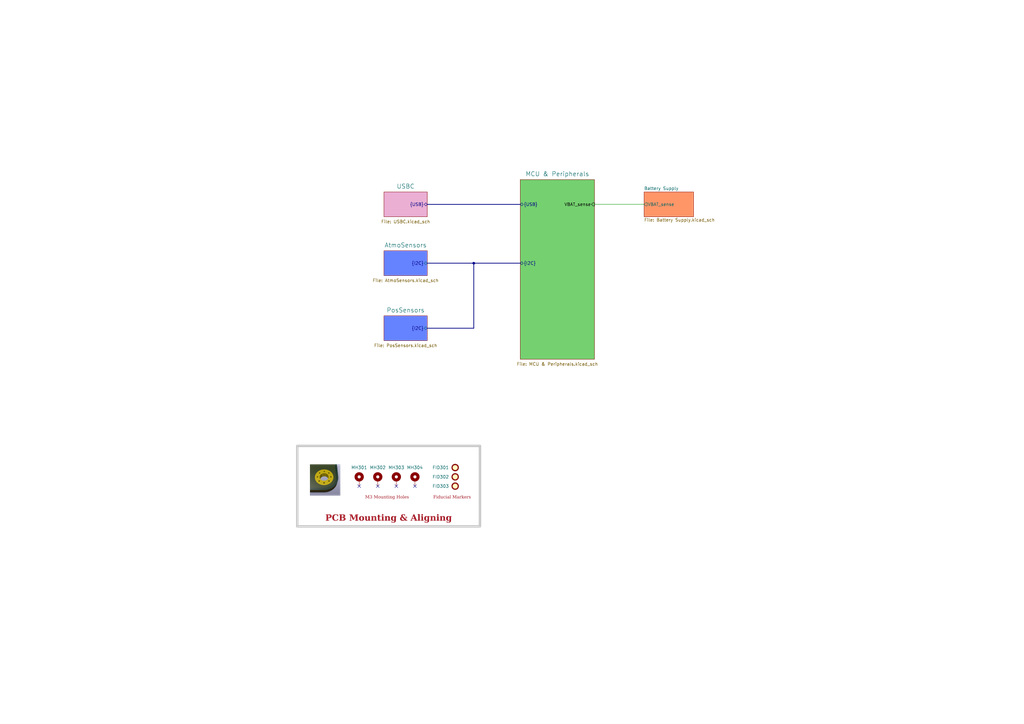
<source format=kicad_sch>
(kicad_sch (version 20250114) (generator "eeschema") (generator_version "9.0")
  (paper "A3")
  (title_block (date "2026-01-04") (rev "${REVISION}") (company "${COMPANY}") (comment 1 "GRID - mil (1.27mm, 2.54mm)"))
  (lib_symbols
    (symbol "0_Peripherals:Fiducial" (in_bom no)
      (property "Reference" "FID" (at 0 5.08 0))
      (property "Value" "Fiducial" (at 0 3.175 0))
      (symbol "Fiducial_0_1"
        (circle (center 0 0) (radius 1.27) (stroke (width 0.508)) (fill (type background)))
      )
    )
    (symbol "0_Peripherals:MountingHole_Pad" (pin_numbers (hide yes)) (pin_names (offset 1.016) (hide yes)) (in_bom no)
      (property "Reference" "H" (at 0 6.35 0))
      (property "Value" "MountingHole_Pad" (at 0 4.445 0))
      (symbol "MountingHole_Pad_0_1"
        (circle (center 0 1.27) (radius 1.27) (stroke (width 1.27)))
      )
      (symbol "MountingHole_Pad_1_1"
        (pin input line (at 0 -2.54 90) (length 2.54) (name "1") (number "1"))
      )
    )
  )
  (rectangle (start 121.92 182.88) (end 196.85 215.9) (stroke (width 1) (color 200 200 200 1)))
  (text "Fiducial Markers" (at 185.42 204.47 0) (effects (font (size 1.27 1.27))))
  (text "M3 Mounting Holes" (at 158.75 204.47 0) (effects (font (size 1.27 1.27))))
  (text_box "PCB Mounting & Aligning" (at 121.92 206.375 0) (size 74.93 9.525) (margins 1.9049 1.9049 1.9049 1.9049) (stroke (width -0.0001)) (effects (font (size 2.54 2.54) (thickness 0.508) (bold yes)) (justify bottom)))
  (junction (at 194.31 107.95))
  (no_connect (at 162.56 199.39))
  (no_connect (at 154.94 199.39))
  (no_connect (at 170.18 199.39))
  (no_connect (at 147.32 199.39))
  (bus (pts (xy 175.26 107.95) (xy 194.31 107.95)))
  (bus (pts (xy 194.31 107.95) (xy 213.36 107.95)))
  (bus (pts (xy 175.26 134.62) (xy 194.31 134.62)))
  (bus (pts (xy 194.31 134.62) (xy 194.31 107.95)))
  (wire (pts (xy 243.84 83.82) (xy 264.16 83.82)))
  (bus (pts (xy 175.26 83.82) (xy 213.36 83.82)))
  (image (at 133.35 196.85) (scale 0.400492))
  (symbol (lib_id "0_Peripherals:MountingHole_Pad") (at 162.56 196.85 0) (unit 1) (in_bom no)
    (property "Reference" "MH303" (at 162.56 191.77 0))
    (property "Value" "M3_MountingHole_Pad" (effects (hide yes)))
    (property "Footprint" "0_Mechanical:MountingHole_3.2mm_M3_Pad_Via" (effects (hide yes)))
    (property "Description" "Mounting Hole with connection" (effects (hide yes)))
  )
  (symbol (lib_id "0_Peripherals:Fiducial") (at 186.69 191.77 0) (mirror y) (unit 1) (in_bom no)
    (property "Reference" "FID301" (at 184.15 191.77 0) (effects (justify left)))
    (property "Value" "Fiducial Marker" (effects (hide yes)))
    (property "Footprint" "0_Mechanical:Fiducial_1mm_Mask2mm" (effects (hide yes)))
    (property "Description" "Fiducial Marker" (effects (hide yes)))
  )
  (symbol (lib_id "0_Peripherals:Fiducial") (at 186.69 199.39 0) (mirror y) (unit 1) (in_bom no)
    (property "Reference" "FID303" (at 184.15 199.39 0) (effects (justify left)))
    (property "Value" "Fiducial Marker" (effects (hide yes)))
    (property "Footprint" "0_Mechanical:Fiducial_1mm_Mask2mm" (effects (hide yes)))
    (property "Description" "Fiducial Marker" (effects (hide yes)))
  )
  (symbol (lib_id "0_Peripherals:MountingHole_Pad") (at 170.18 196.85 0) (unit 1) (in_bom no)
    (property "Reference" "MH304" (at 170.18 191.77 0))
    (property "Value" "M3_MountingHole_Pad" (effects (hide yes)))
    (property "Footprint" "0_Mechanical:MountingHole_3.2mm_M3_Pad_Via" (effects (hide yes)))
    (property "Description" "Mounting Hole with connection" (effects (hide yes)))
  )
  (symbol (lib_id "0_Peripherals:MountingHole_Pad") (at 147.32 196.85 0) (unit 1) (in_bom no)
    (property "Reference" "MH301" (at 147.32 191.77 0))
    (property "Value" "M3_MountingHole_Pad" (effects (hide yes)))
    (property "Footprint" "0_Mechanical:MountingHole_3.2mm_M3_Pad_Via" (effects (hide yes)))
    (property "Description" "Mounting Hole with connection" (effects (hide yes)))
  )
  (symbol (lib_id "0_Peripherals:Fiducial") (at 186.69 195.58 0) (mirror y) (unit 1) (in_bom no)
    (property "Reference" "FID302" (at 184.15 195.58 0) (effects (justify left)))
    (property "Value" "Fiducial Marker" (effects (hide yes)))
    (property "Footprint" "0_Mechanical:Fiducial_1mm_Mask2mm" (effects (hide yes)))
    (property "Description" "Fiducial Marker" (effects (hide yes)))
  )
  (symbol (lib_id "0_Peripherals:MountingHole_Pad") (at 154.94 196.85 0) (unit 1) (in_bom no)
    (property "Reference" "MH302" (at 154.94 191.77 0))
    (property "Value" "M3_MountingHole_Pad" (effects (hide yes)))
    (property "Footprint" "0_Mechanical:MountingHole_3.2mm_M3_Pad_Via" (effects (hide yes)))
    (property "Description" "Mounting Hole with connection" (effects (hide yes)))
  )
  (sheet (at 157.48 102.87) (size 17.78 10.16) (stroke (width 0.1524)) (fill (color 101 130 255 1.0000))
    (property "Sheetname" "AtmoSensors" (at 166.37 101.6 0) (effects (font (size 1.8 1.8)) (justify bottom)))
    (property "Sheetfile" "AtmoSensors.kicad_sch" (at 166.37 114.3 0) (effects (justify top)))
    (pin "{I2C}" bidirectional (at 175.26 107.95 0))
  )
  (sheet (at 157.48 78.74) (size 17.78 10.16) (stroke (width 0.1524)) (fill (color 226 142 194 0.7000))
    (property "Sheetname" "USBC" (at 166.37 77.47 0) (effects (font (size 1.8 1.8)) (justify bottom)))
    (property "Sheetfile" "USBC.kicad_sch" (at 166.37 90.17 0) (effects (justify top)))
    (pin "{USB}" bidirectional (at 175.26 83.82 0))
  )
  (sheet (at 213.36 73.66) (size 30.48 73.66) (stroke (width 0.1524)) (fill (color 26 179 18 0.6000))
    (property "Sheetname" "MCU & Peripherals" (at 228.6 72.39 0) (effects (font (size 1.8 1.8)) (justify bottom)))
    (property "Sheetfile" "MCU & Peripherals.kicad_sch" (at 228.6 148.59 0) (effects (justify top)))
    (pin "{I2C}" bidirectional (at 213.36 107.95 180))
    (pin "{USB}" bidirectional (at 213.36 83.82 180))
    (pin "VBAT_sense" input (at 243.84 83.82 0))
  )
  (sheet (at 264.16 78.74) (size 20.32 10.16) (stroke (width 0.1524)) (fill (color 255 150 104 1.0000))
    (property "Sheetname" "Battery Supply" (at 264.16 78.0284 0) (effects (justify left bottom)))
    (property "Sheetfile" "Battery Supply.kicad_sch" (at 264.16 89.4846 0) (effects (justify left top)))
    (pin "VBAT_sense" output (at 264.16 83.82 180))
  )
  (sheet (at 157.48 129.54) (size 17.78 10.16) (stroke (width 0.1524)) (fill (color 101 130 255 1.0000))
    (property "Sheetname" "PosSensors" (at 166.37 128.27 0) (effects (font (size 1.8 1.8)) (justify bottom)))
    (property "Sheetfile" "PosSensors.kicad_sch" (at 166.37 140.97 0) (effects (justify top)))
    (pin "{I2C}" bidirectional (at 175.26 134.62 0))
  )
)
</source>
